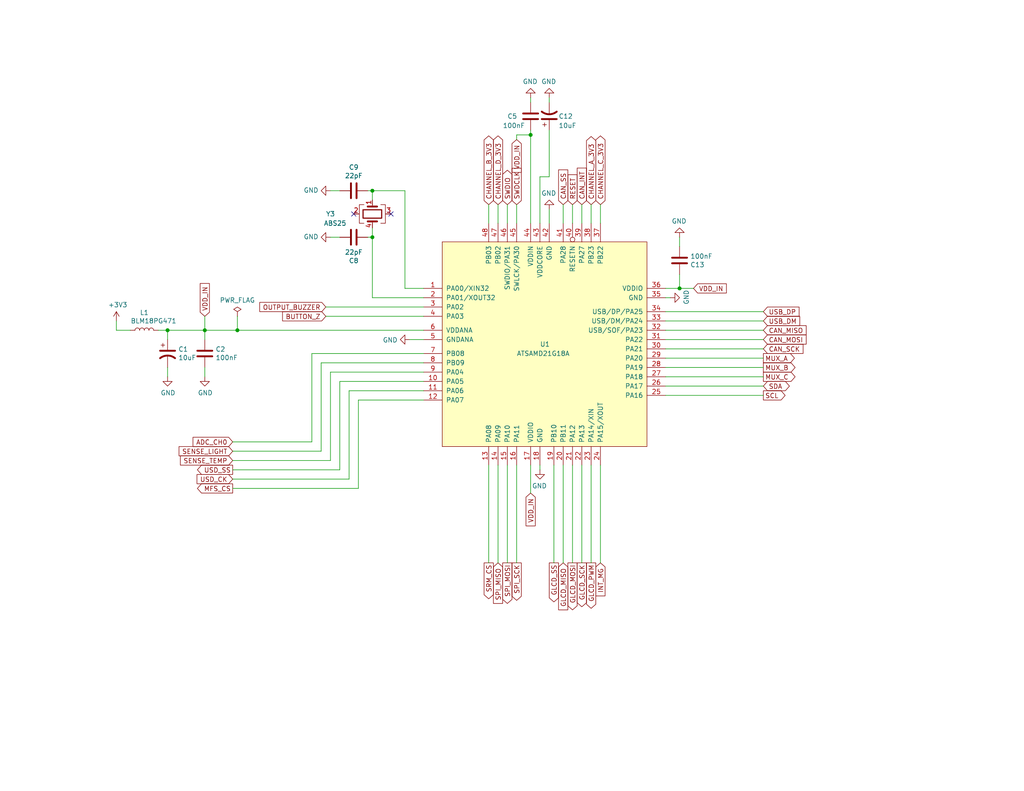
<source format=kicad_sch>
(kicad_sch (version 20230121) (generator eeschema)
  (paper "USLetter")
  (title_block (title "Game//Cat") (date "2022-05-29") (rev "R4"))
  (lib_symbols
    (symbol "Device:C" (pin_numbers hide) (pin_names (offset 0.254))
      (property "Reference" "C" (at 0.635 2.54 0))
      (property "Value" "C" (at 0.635 -2.54 0))
      (symbol "C_0_1"
        (polyline (pts (xy -2.032 -0.762) (xy 2.032 -0.762)) (stroke (width 0.508)))
        (polyline (pts (xy -2.032 0.762) (xy 2.032 0.762)) (stroke (width 0.508)))
      )
      (symbol "C_1_1"
        (pin passive line (at 0 3.81 270) (length 2.794) (name "~") (number "1"))
        (pin passive line (at 0 -3.81 90) (length 2.794) (name "~") (number "2"))
      )
    )
    (symbol "Device:CP1" (pin_numbers hide) (pin_names (offset 0.254) hide)
      (property "Reference" "C" (at 0.635 2.54 0))
      (property "Value" "Device_CP1" (at 0.635 -2.54 0))
      (symbol "CP1_0_1"
        (polyline (pts (xy -2.032 0.762) (xy 2.032 0.762)) (stroke (width 0.508)))
        (polyline (pts (xy -1.778 2.286) (xy -0.762 2.286)))
        (polyline (pts (xy -1.27 1.778) (xy -1.27 2.794)))
        (arc (start 2.032 -1.27) (mid 0 -0.5572) (end -2.032 -1.27) (stroke (width 0.508)))
      )
      (symbol "CP1_1_1"
        (pin passive line (at 0 3.81 270) (length 2.794) (name "~") (number "1"))
        (pin passive line (at 0 -3.81 90) (length 3.302) (name "~") (number "2"))
      )
    )
    (symbol "Device:Crystal_GND24" (pin_names (offset 1.016) hide)
      (property "Reference" "Y3" (at 11.43 3.4289 0))
      (property "Value" "Crystal_GND24" (at 11.43 0.8889 0))
      (symbol "Crystal_GND24_0_1"
        (rectangle (start -1.143 2.54) (end 1.143 -2.54) (stroke (width 0.3048)))
        (polyline (pts (xy -2.54 0) (xy -2.032 0)))
        (polyline (pts (xy -2.032 -1.27) (xy -2.032 1.27)) (stroke (width 0.508)))
        (polyline (pts (xy 0 -3.81) (xy 0 -3.556)))
        (polyline (pts (xy 0 3.556) (xy 0 3.81)))
        (polyline (pts (xy 2.032 -1.27) (xy 2.032 1.27)) (stroke (width 0.508)))
        (polyline (pts (xy 2.032 0) (xy 2.54 0)))
        (polyline (pts (xy -2.54 -2.286) (xy -2.54 -3.556) (xy 2.54 -3.556) (xy 2.54 -2.286)))
        (polyline (pts (xy -2.54 2.286) (xy -2.54 3.556) (xy 2.54 3.556) (xy 2.54 2.286)))
      )
      (symbol "Crystal_GND24_1_1"
        (pin passive line (at -3.81 0 0) (length 1.27) (name "1") (number "1"))
        (pin passive line (at 0 5.08 270) (length 1.27) (name "2") (number "2"))
        (pin passive line (at 0 -5.08 90) (length 1.27) (name "3") (number "3"))
        (pin passive line (at 3.81 0 180) (length 1.27) (name "4") (number "4"))
      )
    )
    (symbol "Device:L" (pin_numbers hide) (pin_names (offset 1.016) hide)
      (property "Reference" "L" (at -1.27 0 90))
      (property "Value" "L" (at 1.905 0 90))
      (symbol "L_0_1"
        (arc (start 0 -2.54) (mid 0.6323 -1.905) (end 0 -1.27))
        (arc (start 0 -1.27) (mid 0.6323 -0.635) (end 0 0))
        (arc (start 0 0) (mid 0.6323 0.635) (end 0 1.27))
        (arc (start 0 1.27) (mid 0.6323 1.905) (end 0 2.54))
      )
      (symbol "L_1_1"
        (pin passive line (at 0 3.81 270) (length 1.27) (name "1") (number "1"))
        (pin passive line (at 0 -3.81 90) (length 1.27) (name "2") (number "2"))
      )
    )
    (symbol "Game_Cat_R4-rescue:ATSAMD21G18A-x_microcontrollers" (pin_names (offset 1.016))
      (property "Reference" "U" (at -6.35 3.81 0))
      (property "Value" "ATSAMD21G18A-x_microcontrollers" (at 0 0 0))
      (symbol "ATSAMD21G18A-x_microcontrollers_1_1"
        (rectangle (start -27.94 27.94) (end 27.94 -27.94) (fill (type background)))
        (pin bidirectional line (at -33.02 15.24 0) (length 5.08) (name "PA00/XIN32") (number "1"))
        (pin bidirectional line (at -33.02 -10.16 0) (length 5.08) (name "PA05") (number "10"))
        (pin bidirectional line (at -33.02 -12.7 0) (length 5.08) (name "PA06") (number "11"))
        (pin bidirectional line (at -33.02 -15.24 0) (length 5.08) (name "PA07") (number "12"))
        (pin bidirectional line (at -15.24 -33.02 90) (length 5.08) (name "PA08") (number "13"))
        (pin bidirectional line (at -12.7 -33.02 90) (length 5.08) (name "PA09") (number "14"))
        (pin bidirectional line (at -10.16 -33.02 90) (length 5.08) (name "PA10") (number "15"))
        (pin bidirectional line (at -7.62 -33.02 90) (length 5.08) (name "PA11") (number "16"))
        (pin power_in line (at -3.81 -33.02 90) (length 5.08) (name "VDDIO") (number "17"))
        (pin power_in line (at -1.27 -33.02 90) (length 5.08) (name "GND") (number "18"))
        (pin bidirectional line (at 2.54 -33.02 90) (length 5.08) (name "PB10") (number "19"))
        (pin bidirectional line (at -33.02 12.7 0) (length 5.08) (name "PA01/XOUT32") (number "2"))
        (pin bidirectional line (at 5.08 -33.02 90) (length 5.08) (name "PB11") (number "20"))
        (pin bidirectional line (at 7.62 -33.02 90) (length 5.08) (name "PA12") (number "21"))
        (pin bidirectional line (at 10.16 -33.02 90) (length 5.08) (name "PA13") (number "22"))
        (pin bidirectional line (at 12.7 -33.02 90) (length 5.08) (name "PA14/XIN") (number "23"))
        (pin bidirectional line (at 15.24 -33.02 90) (length 5.08) (name "PA15/XOUT") (number "24"))
        (pin bidirectional line (at 33.02 -13.97 180) (length 5.08) (name "PA16") (number "25"))
        (pin bidirectional line (at 33.02 -11.43 180) (length 5.08) (name "PA17") (number "26"))
        (pin bidirectional line (at 33.02 -8.89 180) (length 5.08) (name "PA18") (number "27"))
        (pin bidirectional line (at 33.02 -6.35 180) (length 5.08) (name "PA19") (number "28"))
        (pin bidirectional line (at 33.02 -3.81 180) (length 5.08) (name "PA20") (number "29"))
        (pin bidirectional line (at -33.02 10.16 0) (length 5.08) (name "PA02") (number "3"))
        (pin bidirectional line (at 33.02 -1.27 180) (length 5.08) (name "PA21") (number "30"))
        (pin bidirectional line (at 33.02 1.27 180) (length 5.08) (name "PA22") (number "31"))
        (pin bidirectional line (at 33.02 3.81 180) (length 5.08) (name "USB/SOF/PA23") (number "32"))
        (pin bidirectional line (at 33.02 6.35 180) (length 5.08) (name "USB/DM/PA24") (number "33"))
        (pin bidirectional line (at 33.02 8.89 180) (length 5.08) (name "USB/DP/PA25") (number "34"))
        (pin power_in line (at 33.02 12.7 180) (length 5.08) (name "GND") (number "35"))
        (pin power_in line (at 33.02 15.24 180) (length 5.08) (name "VDDIO") (number "36"))
        (pin bidirectional line (at 15.24 33.02 270) (length 5.08) (name "PB22") (number "37"))
        (pin bidirectional line (at 12.7 33.02 270) (length 5.08) (name "PB23") (number "38"))
        (pin bidirectional line (at 10.16 33.02 270) (length 5.08) (name "PA27") (number "39"))
        (pin bidirectional line (at -33.02 7.62 0) (length 5.08) (name "PA03") (number "4"))
        (pin input inverted (at 7.62 33.02 270) (length 5.08) (name "RESETN") (number "40"))
        (pin bidirectional line (at 5.08 33.02 270) (length 5.08) (name "PA28") (number "41"))
        (pin power_in line (at 1.27 33.02 270) (length 5.08) (name "GND") (number "42"))
        (pin power_out line (at -1.27 33.02 270) (length 5.08) (name "VDDCORE") (number "43"))
        (pin power_in line (at -3.81 33.02 270) (length 5.08) (name "VDDIN") (number "44"))
        (pin bidirectional line (at -7.62 33.02 270) (length 5.08) (name "SWLCK/PA30") (number "45"))
        (pin bidirectional line (at -10.16 33.02 270) (length 5.08) (name "SWDIO/PA31") (number "46"))
        (pin bidirectional line (at -12.7 33.02 270) (length 5.08) (name "PB02") (number "47"))
        (pin bidirectional line (at -15.24 33.02 270) (length 5.08) (name "PB03") (number "48"))
        (pin power_in line (at -33.02 1.27 0) (length 5.08) (name "GNDANA") (number "5"))
        (pin power_in line (at -33.02 3.81 0) (length 5.08) (name "VDDANA") (number "6"))
        (pin bidirectional line (at -33.02 -2.54 0) (length 5.08) (name "PB08") (number "7"))
        (pin bidirectional line (at -33.02 -5.08 0) (length 5.08) (name "PB09") (number "8"))
        (pin bidirectional line (at -33.02 -7.62 0) (length 5.08) (name "PA04") (number "9"))
      )
    )
    (symbol "power:+3.3V" (power) (pin_names (offset 0))
      (property "Value" "+3.3V" (at 0 3.556 0))
      (symbol "+3.3V_0_1"
        (polyline (pts (xy -0.762 1.27) (xy 0 2.54)))
        (polyline (pts (xy 0 0) (xy 0 2.54)))
        (polyline (pts (xy 0 2.54) (xy 0.762 1.27)))
      )
      (symbol "+3.3V_1_1"
        (pin power_in line (at 0 0 90) (length 0) hide (name "+3V3") (number "1"))
      )
    )
    (symbol "power:GND" (power) (pin_names (offset 0))
      (property "Value" "GND" (at 0 -3.81 0))
      (symbol "GND_0_1"
        (polyline (pts (xy 0 0) (xy 0 -1.27) (xy 1.27 -1.27) (xy 0 -2.54) (xy -1.27 -1.27) (xy 0 -1.27)))
      )
      (symbol "GND_1_1"
        (pin power_in line (at 0 0 270) (length 0) hide (name "GND") (number "1"))
      )
    )
    (symbol "power:PWR_FLAG" (power) (pin_numbers hide) (pin_names (offset 0) hide)
      (property "Value" "PWR_FLAG" (at 0 3.81 0))
      (symbol "PWR_FLAG_0_0"
        (pin power_out line (at 0 0 90) (length 0) (name "pwr") (number "1"))
      )
      (symbol "PWR_FLAG_0_1"
        (polyline (pts (xy 0 0) (xy 0 1.27) (xy -1.016 1.905) (xy 0 2.54) (xy 1.016 1.905) (xy 0 1.27)))
      )
    )
  )
  (junction (at 101.6 64.77))
  (junction (at 45.72 90.17))
  (junction (at 185.42 78.74))
  (junction (at 55.88 90.17))
  (junction (at 144.78 36.83))
  (junction (at 64.77 90.17))
  (junction (at 101.6 52.07))
  (no_connect (at 106.68 58.42))
  (no_connect (at 96.52 58.42))
  (wire (pts (xy 101.6 64.77) (xy 100.33 64.77)))
  (wire (pts (xy 135.89 55.88) (xy 135.89 60.96)))
  (wire (pts (xy 45.72 100.33) (xy 45.72 102.87)))
  (wire (pts (xy 115.57 99.06) (xy 87.63 99.06)))
  (wire (pts (xy 140.97 60.96) (xy 140.97 55.88)))
  (wire (pts (xy 161.29 153.67) (xy 161.29 127)))
  (wire (pts (xy 101.6 64.77) (xy 101.6 62.23)))
  (wire (pts (xy 181.61 87.63) (xy 208.28 87.63)))
  (wire (pts (xy 156.21 55.88) (xy 156.21 60.96)))
  (wire (pts (xy 144.78 36.83) (xy 144.78 60.96)))
  (wire (pts (xy 45.72 90.17) (xy 45.72 92.71)))
  (wire (pts (xy 55.88 90.17) (xy 45.72 90.17)))
  (wire (pts (xy 90.17 101.6) (xy 90.17 125.73)))
  (wire (pts (xy 138.43 127) (xy 138.43 153.67)))
  (wire (pts (xy 90.17 64.77) (xy 92.71 64.77)))
  (wire (pts (xy 149.86 27.94) (xy 149.86 26.67)))
  (wire (pts (xy 64.77 90.17) (xy 55.88 90.17)))
  (wire (pts (xy 153.67 55.88) (xy 153.67 60.96)))
  (wire (pts (xy 90.17 52.07) (xy 92.71 52.07)))
  (wire (pts (xy 144.78 27.94) (xy 144.78 26.67)))
  (wire (pts (xy 147.32 60.96) (xy 147.32 48.26)))
  (wire (pts (xy 110.49 52.07) (xy 101.6 52.07)))
  (wire (pts (xy 95.25 130.81) (xy 95.25 106.68)))
  (wire (pts (xy 144.78 35.56) (xy 144.78 36.83)))
  (wire (pts (xy 181.61 85.09) (xy 208.28 85.09)))
  (wire (pts (xy 55.88 86.36) (xy 55.88 90.17)))
  (wire (pts (xy 140.97 38.1) (xy 140.97 36.83)))
  (wire (pts (xy 64.77 86.36) (xy 64.77 90.17)))
  (wire (pts (xy 185.42 67.31) (xy 185.42 64.77)))
  (wire (pts (xy 97.79 133.35) (xy 97.79 109.22)))
  (wire (pts (xy 87.63 99.06) (xy 87.63 123.19)))
  (wire (pts (xy 208.28 97.79) (xy 181.61 97.79)))
  (wire (pts (xy 110.49 52.07) (xy 110.49 78.74)))
  (wire (pts (xy 149.86 48.26) (xy 149.86 35.56)))
  (wire (pts (xy 115.57 90.17) (xy 64.77 90.17)))
  (wire (pts (xy 185.42 78.74) (xy 181.61 78.74)))
  (wire (pts (xy 63.5 120.65) (xy 85.09 120.65)))
  (wire (pts (xy 163.83 153.67) (xy 163.83 127)))
  (wire (pts (xy 163.83 55.88) (xy 163.83 60.96)))
  (wire (pts (xy 153.67 153.67) (xy 153.67 127)))
  (wire (pts (xy 115.57 92.71) (xy 111.76 92.71)))
  (wire (pts (xy 115.57 83.82) (xy 88.9 83.82)))
  (wire (pts (xy 147.32 48.26) (xy 149.86 48.26)))
  (wire (pts (xy 63.5 133.35) (xy 97.79 133.35)))
  (wire (pts (xy 181.61 105.41) (xy 208.28 105.41)))
  (wire (pts (xy 43.18 90.17) (xy 45.72 90.17)))
  (wire (pts (xy 181.61 81.28) (xy 182.88 81.28)))
  (wire (pts (xy 92.71 128.27) (xy 92.71 104.14)))
  (wire (pts (xy 140.97 36.83) (xy 144.78 36.83)))
  (wire (pts (xy 101.6 64.77) (xy 101.6 81.28)))
  (wire (pts (xy 151.13 153.67) (xy 151.13 127)))
  (wire (pts (xy 135.89 153.67) (xy 135.89 127)))
  (wire (pts (xy 63.5 130.81) (xy 95.25 130.81)))
  (wire (pts (xy 115.57 86.36) (xy 88.9 86.36)))
  (wire (pts (xy 115.57 101.6) (xy 90.17 101.6)))
  (wire (pts (xy 181.61 100.33) (xy 208.28 100.33)))
  (wire (pts (xy 158.75 153.67) (xy 158.75 127)))
  (wire (pts (xy 158.75 55.88) (xy 158.75 60.96)))
  (wire (pts (xy 110.49 78.74) (xy 115.57 78.74)))
  (wire (pts (xy 181.61 102.87) (xy 208.28 102.87)))
  (wire (pts (xy 149.86 60.96) (xy 149.86 57.15)))
  (wire (pts (xy 55.88 92.71) (xy 55.88 90.17)))
  (wire (pts (xy 115.57 96.52) (xy 85.09 96.52)))
  (wire (pts (xy 31.75 90.17) (xy 35.56 90.17)))
  (wire (pts (xy 100.33 52.07) (xy 101.6 52.07)))
  (wire (pts (xy 185.42 74.93) (xy 185.42 78.74)))
  (wire (pts (xy 55.88 100.33) (xy 55.88 102.87)))
  (wire (pts (xy 101.6 54.61) (xy 101.6 52.07)))
  (wire (pts (xy 133.35 127) (xy 133.35 153.67)))
  (wire (pts (xy 133.35 55.88) (xy 133.35 60.96)))
  (wire (pts (xy 31.75 87.63) (xy 31.75 90.17)))
  (wire (pts (xy 101.6 81.28) (xy 115.57 81.28)))
  (wire (pts (xy 63.5 125.73) (xy 90.17 125.73)))
  (wire (pts (xy 181.61 107.95) (xy 208.28 107.95)))
  (wire (pts (xy 161.29 55.88) (xy 161.29 60.96)))
  (wire (pts (xy 140.97 153.67) (xy 140.97 127)))
  (wire (pts (xy 189.23 78.74) (xy 185.42 78.74)))
  (wire (pts (xy 144.78 134.62) (xy 144.78 127)))
  (wire (pts (xy 85.09 96.52) (xy 85.09 120.65)))
  (wire (pts (xy 63.5 128.27) (xy 92.71 128.27)))
  (wire (pts (xy 147.32 127) (xy 147.32 128.27)))
  (wire (pts (xy 92.71 104.14) (xy 115.57 104.14)))
  (wire (pts (xy 208.28 95.25) (xy 181.61 95.25)))
  (wire (pts (xy 181.61 92.71) (xy 208.28 92.71)))
  (wire (pts (xy 138.43 60.96) (xy 138.43 55.88)))
  (wire (pts (xy 156.21 153.67) (xy 156.21 127)))
  (wire (pts (xy 63.5 123.19) (xy 87.63 123.19)))
  (wire (pts (xy 97.79 109.22) (xy 115.57 109.22)))
  (wire (pts (xy 95.25 106.68) (xy 115.57 106.68)))
  (wire (pts (xy 208.28 90.17) (xy 181.61 90.17)))
  (global_label "BUTTON_Z" (shape input) (at 88.9 86.36 180) (property "Intersheetrefs" "${INTERSHEET_REFS}" (effects hide)))
  (global_label "SWDCLK" (shape input) (at 140.97 55.88 90) (property "Intersheetrefs" "${INTERSHEET_REFS}" (effects hide)))
  (global_label "USB_DP" (shape input) (at 208.28 85.09 0) (property "Intersheetrefs" "${INTERSHEET_REFS}" (effects hide)))
  (global_label "CAN_SCK" (shape input) (at 208.28 95.25 0) (property "Intersheetrefs" "${INTERSHEET_REFS}" (effects hide)))
  (global_label "CHANNEL_B_3V3" (shape bidirectional) (at 133.35 55.88 90) (property "Intersheetrefs" "${INTERSHEET_REFS}" (effects hide)))
  (global_label "CHANNEL_A_3V3" (shape bidirectional) (at 161.29 55.88 90) (property "Intersheetrefs" "${INTERSHEET_REFS}" (effects hide)))
  (global_label "MUX_C" (shape output) (at 208.28 102.87 0) (property "Intersheetrefs" "${INTERSHEET_REFS}" (effects hide)))
  (global_label "USD_CK" (shape input) (at 63.5 130.81 180) (property "Intersheetrefs" "${INTERSHEET_REFS}" (effects hide)))
  (global_label "SWDIO" (shape bidirectional) (at 138.43 55.88 90) (property "Intersheetrefs" "${INTERSHEET_REFS}" (effects hide)))
  (global_label "CHANNEL_D_3V3" (shape bidirectional) (at 135.89 55.88 90) (property "Intersheetrefs" "${INTERSHEET_REFS}" (effects hide)))
  (global_label "GLCD_MISO" (shape input) (at 153.67 153.67 270) (property "Intersheetrefs" "${INTERSHEET_REFS}" (effects hide)))
  (global_label "GLCD_MOSI" (shape output) (at 156.21 153.67 270) (property "Intersheetrefs" "${INTERSHEET_REFS}" (effects hide)))
  (global_label "CAN_INT" (shape input) (at 158.75 55.88 90) (property "Intersheetrefs" "${INTERSHEET_REFS}" (effects hide)))
  (global_label "SPI_MOSI" (shape output) (at 138.43 153.67 270) (property "Intersheetrefs" "${INTERSHEET_REFS}" (effects hide)))
  (global_label "SPI_MISO" (shape input) (at 135.89 153.67 270) (property "Intersheetrefs" "${INTERSHEET_REFS}" (effects hide)))
  (global_label "MUX_B" (shape output) (at 208.28 100.33 0) (property "Intersheetrefs" "${INTERSHEET_REFS}" (effects hide)))
  (global_label "MUX_A" (shape output) (at 208.28 97.79 0) (property "Intersheetrefs" "${INTERSHEET_REFS}" (effects hide)))
  (global_label "VDD_IN" (shape input) (at 144.78 134.62 270) (property "Intersheetrefs" "${INTERSHEET_REFS}" (effects hide)))
  (global_label "INT_MG" (shape input) (at 163.83 153.67 270) (property "Intersheetrefs" "${INTERSHEET_REFS}" (effects hide)))
  (global_label "GLCD_SCK" (shape output) (at 158.75 153.67 270) (property "Intersheetrefs" "${INTERSHEET_REFS}" (effects hide)))
  (global_label "ADC_CH0" (shape input) (at 63.5 120.65 180) (property "Intersheetrefs" "${INTERSHEET_REFS}" (effects hide)))
  (global_label "GLCD_SS" (shape output) (at 151.13 153.67 270) (property "Intersheetrefs" "${INTERSHEET_REFS}" (effects hide)))
  (global_label "SDA" (shape bidirectional) (at 208.28 105.41 0) (property "Intersheetrefs" "${INTERSHEET_REFS}" (effects hide)))
  (global_label "CAN_MOSI" (shape input) (at 208.28 92.71 0) (property "Intersheetrefs" "${INTERSHEET_REFS}" (effects hide)))
  (global_label "VDD_IN" (shape input) (at 189.23 78.74 0) (property "Intersheetrefs" "${INTERSHEET_REFS}" (effects hide)))
  (global_label "USD_SS" (shape output) (at 63.5 128.27 180) (property "Intersheetrefs" "${INTERSHEET_REFS}" (effects hide)))
  (global_label "RESET" (shape input) (at 156.21 55.88 90) (property "Intersheetrefs" "${INTERSHEET_REFS}" (effects hide)))
  (global_label "SPI_SCK" (shape output) (at 140.97 153.67 270) (property "Intersheetrefs" "${INTERSHEET_REFS}" (effects hide)))
  (global_label "SRM_CS" (shape output) (at 133.35 153.67 270) (property "Intersheetrefs" "${INTERSHEET_REFS}" (effects hide)))
  (global_label "CHANNEL_C_3V3" (shape bidirectional) (at 163.83 55.88 90) (property "Intersheetrefs" "${INTERSHEET_REFS}" (effects hide)))
  (global_label "OUTPUT_BUZZER" (shape input) (at 88.9 83.82 180) (property "Intersheetrefs" "${INTERSHEET_REFS}" (effects hide)))
  (global_label "SCL" (shape output) (at 208.28 107.95 0) (property "Intersheetrefs" "${INTERSHEET_REFS}" (effects hide)))
  (global_label "GLCD_PWM" (shape output) (at 161.29 153.67 270) (property "Intersheetrefs" "${INTERSHEET_REFS}" (effects hide)))
  (global_label "SENSE_TEMP" (shape input) (at 63.5 125.73 180) (property "Intersheetrefs" "${INTERSHEET_REFS}" (effects hide)))
  (global_label "SENSE_LIGHT" (shape input) (at 63.5 123.19 180) (property "Intersheetrefs" "${INTERSHEET_REFS}" (effects hide)))
  (global_label "VDD_IN" (shape input) (at 140.97 38.1 270) (property "Intersheetrefs" "${INTERSHEET_REFS}" (effects hide)))
  (global_label "CAN_MISO" (shape input) (at 208.28 90.17 0) (property "Intersheetrefs" "${INTERSHEET_REFS}" (effects hide)))
  (global_label "MFS_CS" (shape output) (at 63.5 133.35 180) (property "Intersheetrefs" "${INTERSHEET_REFS}" (effects hide)))
  (global_label "VDD_IN" (shape input) (at 55.88 86.36 90) (property "Intersheetrefs" "${INTERSHEET_REFS}" (effects hide)))
  (global_label "CAN_SS" (shape input) (at 153.67 55.88 90) (property "Intersheetrefs" "${INTERSHEET_REFS}" (effects hide)))
  (global_label "USB_DM" (shape input) (at 208.28 87.63 0) (property "Intersheetrefs" "${INTERSHEET_REFS}" (effects hide)))
  (symbol (lib_id "Device:L") (at 39.37 90.17 90) (unit 1)
    (property "Reference" "L1" (at 39.37 85.344 90))
    (property "Value" "BLM18PG471" (at 41.91 87.63 90))
    (property "Footprint" "Inductor_SMD:L_1206_3216Metric" (effects hide))
  )
  (symbol (lib_id "Device:C") (at 55.88 96.52 0) (unit 1)
    (property "Reference" "C2" (at 58.801 95.3516 0) (effects (justify left)))
    (property "Value" "100nF" (at 58.801 97.663 0) (effects (justify left)))
    (property "Footprint" "Capacitor_SMD:C_1206_3216Metric" (effects hide))
  )
  (symbol (lib_id "power:+3.3V") (at 31.75 87.63 0) (unit 1)
    (property "Reference" "#PWR01" (effects hide))
    (property "Value" "+3.3V" (at 32.131 83.2358 0))
  )
  (symbol (lib_id "power:GND") (at 55.88 102.87 0) (unit 1)
    (property "Reference" "#PWR03" (effects hide))
    (property "Value" "GND" (at 56.007 107.2642 0))
  )
  (symbol (lib_id "power:GND") (at 45.72 102.87 0) (unit 1)
    (property "Reference" "#PWR02" (effects hide))
    (property "Value" "GND" (at 45.847 107.2642 0))
  )
  (symbol (lib_id "Device:CP1") (at 45.72 96.52 0) (unit 1)
    (property "Reference" "C1" (at 48.641 95.3516 0) (effects (justify left)))
    (property "Value" "10uF" (at 48.641 97.663 0) (effects (justify left)))
    (property "Footprint" "Capacitor_Tantalum_SMD:CP_EIA-3216-18_Kemet-A" (effects hide))
  )
  (symbol (lib_id "power:GND") (at 111.76 92.71 270) (unit 1)
    (property "Reference" "#PWR04" (effects hide))
    (property "Value" "GND" (at 108.5088 92.837 90) (effects (justify right)))
  )
  (symbol (lib_id "Device:C") (at 144.78 31.75 0) (mirror x) (unit 1)
    (property "Reference" "C5" (at 138.43 31.75 0) (effects (justify left)))
    (property "Value" "100nF" (at 137.16 34.29 0) (effects (justify left)))
    (property "Footprint" "Capacitor_SMD:C_1206_3216Metric" (effects hide))
  )
  (symbol (lib_id "power:GND") (at 144.78 26.67 180) (unit 1)
    (property "Reference" "#PWR011" (effects hide))
    (property "Value" "GND" (at 144.653 22.2758 0))
  )
  (symbol (lib_id "power:GND") (at 149.86 57.15 180) (unit 1)
    (property "Reference" "#PWR010" (effects hide))
    (property "Value" "GND" (at 149.733 52.7558 0))
  )
  (symbol (lib_id "power:GND") (at 182.88 81.28 90) (unit 1)
    (property "Reference" "#PWR0141" (effects hide))
    (property "Value" "GND" (at 187.2742 81.153 0))
  )
  (symbol (lib_id "power:GND") (at 149.86 26.67 180) (unit 1)
    (property "Reference" "#PWR05" (effects hide))
    (property "Value" "GND" (at 149.733 22.2758 0))
  )
  (symbol (lib_id "Device:CP1") (at 149.86 31.75 0) (mirror x) (unit 1)
    (property "Reference" "C12" (at 152.4 31.75 0) (effects (justify left)))
    (property "Value" "10uF" (at 152.4 34.29 0) (effects (justify left)))
    (property "Footprint" "Capacitor_Tantalum_SMD:CP_EIA-3216-18_Kemet-A" (effects hide))
  )
  (symbol (lib_id "Device:C") (at 185.42 71.12 0) (mirror x) (unit 1)
    (property "Reference" "C13" (at 188.341 72.2884 0) (effects (justify left)))
    (property "Value" "100nF" (at 188.341 69.977 0) (effects (justify left)))
    (property "Footprint" "Capacitor_SMD:C_1206_3216Metric" (effects hide))
  )
  (symbol (lib_id "power:GND") (at 185.42 64.77 180) (unit 1)
    (property "Reference" "#PWR0147" (effects hide))
    (property "Value" "GND" (at 185.293 60.3758 0))
  )
  (symbol (lib_id "Game_Cat_R4-rescue:ATSAMD21G18A-x_microcontrollers") (at 148.59 93.98 0) (unit 1)
    (property "Reference" "U1" (at 147.32 93.98 0) (effects (justify left)))
    (property "Value" "ATSAMD21G18A" (at 140.97 96.52 0) (effects (justify left)))
    (property "Footprint" "Package_QFP:TQFP-48_7x7mm_P0.5mm" (effects hide))
  )
  (symbol (lib_id "power:GND") (at 147.32 128.27 0) (mirror y) (unit 1)
    (property "Reference" "#PWR0142" (effects hide))
    (property "Value" "GND" (at 147.193 132.6642 0))
  )
  (symbol (lib_id "power:GND") (at 90.17 64.77 270) (mirror x) (unit 1)
    (property "Reference" "#PWR0119" (effects hide))
    (property "Value" "GND" (at 86.9188 64.643 90) (effects (justify right)))
  )
  (symbol (lib_id "power:GND") (at 90.17 52.07 270) (mirror x) (unit 1)
    (property "Reference" "#PWR0140" (effects hide))
    (property "Value" "GND" (at 86.9188 51.943 90) (effects (justify right)))
  )
  (symbol (lib_id "Device:C") (at 96.52 64.77 90) (mirror x) (unit 1)
    (property "Reference" "C8" (at 96.52 71.1708 90))
    (property "Value" "22pF" (at 96.52 68.8594 90))
    (property "Footprint" "Capacitor_SMD:C_0805_2012Metric" (effects hide))
  )
  (symbol (lib_id "Device:C") (at 96.52 52.07 90) (mirror x) (unit 1)
    (property "Reference" "C9" (at 96.52 45.6692 90))
    (property "Value" "22pF" (at 96.52 47.9806 90))
    (property "Footprint" "Capacitor_SMD:C_0805_2012Metric" (effects hide))
  )
  (symbol (lib_id "power:PWR_FLAG") (at 64.77 86.36 0) (unit 1)
    (property "Reference" "#FLG0101" (effects hide))
    (property "Value" "PWR_FLAG" (at 64.77 81.9658 0))
  )
  (symbol (lib_id "Device:Crystal_GND24") (at 101.6 58.42 90) (mirror x) (unit 1)
    (property "Reference" "Y3" (at 90.17 58.42 90))
    (property "Value" "ABS25" (at 91.44 60.96 90))
    (property "Footprint" "x_Crystal:Crystal_SMD_Abracon_ABS25-4Pin_8.0x3.8mm" (effects hide))
  )
)
</source>
